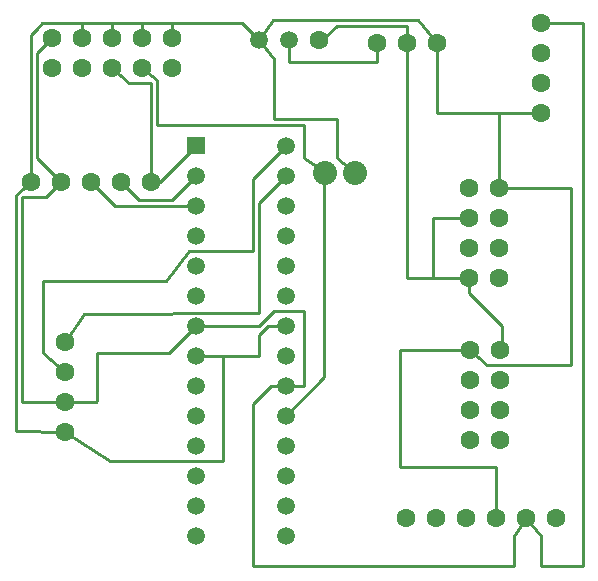
<source format=gtl>
G04 Layer: TopLayer*
G04 EasyEDA v6.2.46, 2019-10-16T15:20:01+02:00*
G04 17d91261987f4ea7b1e2a014808d89e6,c2ce4b80da084e9d99782b66b1536189,10*
G04 Gerber Generator version 0.2*
G04 Scale: 100 percent, Rotated: No, Reflected: No *
G04 Dimensions in millimeters *
G04 leading zeros omitted , absolute positions ,3 integer and 3 decimal *
%FSLAX33Y33*%
%MOMM*%
G90*
G71D02*

%ADD10C,0.254000*%
%ADD11C,2.032000*%
%ADD12C,1.499997*%
%ADD14C,1.599997*%

%LPD*%
G54D10*
G01X12700Y33235D02*
G01X13462Y33235D01*
G01X16510Y36283D01*
G01X16510Y33743D02*
G01X14478Y31711D01*
G01X11684Y31711D01*
G01X10160Y33235D01*
G01X16510Y31203D02*
G01X9652Y31203D01*
G01X7620Y33235D01*
G01X27391Y33997D02*
G01X27391Y33997D01*
G01X27391Y16685D01*
G01X24130Y13423D01*
G01X24130Y36283D02*
G01X21336Y33489D01*
G01X21336Y27393D01*
G01X15943Y27393D01*
G01X13982Y24853D01*
G01X3556Y24853D01*
G01X3556Y18757D01*
G01X5427Y17142D01*
G01X24130Y33743D02*
G01X21844Y31457D01*
G01X21844Y22072D01*
G01X7012Y22037D01*
G01X5428Y19682D01*
G01X12700Y33235D02*
G01X12700Y41617D01*
G01X10878Y41617D01*
G01X9398Y42880D01*
G01X11938Y42880D02*
G01X13208Y41828D01*
G01X13208Y38061D01*
G01X25654Y38061D01*
G01X25654Y35267D01*
G01X27475Y34069D01*
G01X27391Y33997D01*
G01X24442Y45209D02*
G01X24442Y43395D01*
G01X31865Y43395D01*
G01X31865Y44955D01*
G01X14478Y45420D02*
G01X14478Y46697D01*
G01X20413Y46697D01*
G01X21902Y45209D01*
G01X21902Y45209D02*
G01X23022Y46951D01*
G01X35359Y46951D01*
G01X36946Y44945D01*
G01X21902Y45209D02*
G01X23114Y43649D01*
G01X23114Y38569D01*
G01X28448Y38569D01*
G01X28448Y35267D01*
G01X29972Y33997D01*
G01X24130Y21043D02*
G01X22606Y21043D01*
G01X21844Y20281D01*
G01X21844Y18503D01*
G01X16510Y18503D01*
G01X16510Y18503D02*
G01X18796Y18503D01*
G01X18796Y9613D01*
G01X9230Y9613D01*
G01X5427Y12062D01*
G01X5428Y14602D02*
G01X8036Y14602D01*
G01X8128Y14693D01*
G01X8128Y18757D01*
G01X14224Y18757D01*
G01X16510Y21043D01*
G01X5427Y14602D02*
G01X1778Y14602D01*
G01X1778Y31965D01*
G01X3810Y31965D01*
G01X5080Y33235D01*
G01X2540Y33235D02*
G01X1270Y32146D01*
G01X1270Y12143D01*
G01X5427Y12062D01*
G01X6858Y45420D02*
G01X6858Y46697D01*
G01X6858Y46697D01*
G01X3515Y46697D01*
G01X3048Y46189D01*
G01X2540Y45686D01*
G01X2540Y33235D01*
G01X26982Y45209D02*
G01X27213Y45209D01*
G01X28448Y46443D01*
G01X34406Y46443D01*
G01X34406Y44955D01*
G01X34405Y44955D02*
G01X34405Y25105D01*
G01X39674Y25105D01*
G01X39673Y25105D02*
G01X39673Y23788D01*
G01X42418Y21043D01*
G01X42418Y19129D01*
G01X42297Y19009D01*
G01X36945Y44955D02*
G01X36945Y39072D01*
G01X45707Y39072D01*
G01X42214Y32725D02*
G01X42204Y38016D01*
G01X42204Y39072D01*
G01X45707Y39071D01*
G01X42214Y32725D02*
G01X48260Y32727D01*
G01X48260Y17744D01*
G01X41148Y17741D01*
G01X39756Y19009D01*
G01X39756Y19011D02*
G01X33782Y19011D01*
G01X33782Y9105D01*
G01X41910Y9105D01*
G01X41910Y4787D01*
G01X24130Y15963D02*
G01X22860Y15963D01*
G01X21336Y14439D01*
G01X21336Y723D01*
G01X37338Y723D01*
G01X43434Y723D01*
G01X43434Y3263D01*
G01X44450Y4787D01*
G01X16510Y21043D02*
G01X21844Y21043D01*
G01X23114Y22313D01*
G01X25654Y22313D01*
G01X25654Y15963D01*
G01X24130Y15963D01*
G01X45707Y46692D02*
G01X49276Y46697D01*
G01X49276Y723D01*
G01X45720Y723D01*
G01X45720Y3263D01*
G01X44450Y4787D01*
G01X44450Y4787D01*
G01X39674Y30185D02*
G01X36578Y30185D01*
G01X36576Y30187D01*
G01X36576Y25204D01*
G01X36647Y25105D01*
G01X14478Y45420D02*
G01X14478Y46697D01*
G01X11938Y46697D01*
G01X11938Y45420D01*
G01X11938Y45420D02*
G01X11938Y46697D01*
G01X9398Y46697D01*
G01X9398Y46697D02*
G01X6858Y46697D01*
G01X6858Y45420D01*
G01X4318Y45420D02*
G01X3048Y44162D01*
G01X3048Y35267D01*
G01X5080Y33235D01*
G01X9398Y46697D02*
G01X9398Y45419D01*
G54D11*
G01X27432Y33997D03*
G01X30012Y33997D03*
G54D12*
G01X24130Y3263D03*
G01X24130Y5803D03*
G01X24130Y8343D03*
G01X24130Y10883D03*
G01X24130Y13423D03*
G01X24130Y15963D03*
G01X24130Y18503D03*
G01X24130Y21043D03*
G01X24130Y23583D03*
G01X24130Y26123D03*
G01X24130Y28663D03*
G01X24130Y31203D03*
G01X24130Y33743D03*
G01X24130Y36283D03*
G01X16510Y3263D03*
G01X16510Y5803D03*
G01X16510Y8343D03*
G01X16510Y10883D03*
G01X16510Y13423D03*
G01X16510Y15963D03*
G01X16510Y18503D03*
G01X16510Y21043D03*
G01X16510Y23583D03*
G01X16510Y26123D03*
G01X16510Y28663D03*
G01X16510Y31203D03*
G01X16510Y33743D03*
G36*
G01X15760Y37033D02*
G01X17259Y37033D01*
G01X17259Y35534D01*
G01X15760Y35534D01*
G01X15760Y37033D01*
G37*
G54D14*
G01X45707Y41611D03*
G01X45707Y44151D03*
G01X45707Y39071D03*
G01X45707Y46691D03*
G01X39673Y30185D03*
G01X42213Y30185D03*
G01X39673Y27645D03*
G01X42213Y27645D03*
G01X39673Y25105D03*
G01X42213Y25105D03*
G01X39673Y32725D03*
G01X42213Y32725D03*
G01X39757Y16469D03*
G01X42297Y16469D03*
G01X39757Y13929D03*
G01X42297Y13929D03*
G01X39757Y11389D03*
G01X42297Y11389D03*
G01X39757Y19009D03*
G01X42297Y19009D03*
G01X26982Y45209D03*
G54D12*
G01X21902Y45209D03*
G01X24442Y45209D03*
G54D14*
G01X31865Y44955D03*
G01X34405Y44955D03*
G01X36945Y44955D03*
G01X5080Y33235D03*
G01X7620Y33235D03*
G01X10160Y33235D03*
G01X2540Y33235D03*
G01X12700Y33235D03*
G01X6858Y42879D03*
G01X6858Y45419D03*
G01X9398Y42879D03*
G01X9398Y45419D03*
G01X11938Y42879D03*
G01X11938Y45419D03*
G01X4318Y42879D03*
G01X4318Y45419D03*
G01X14478Y42879D03*
G01X14478Y45419D03*
G01X5427Y12062D03*
G01X5427Y14602D03*
G01X5427Y17142D03*
G01X5427Y19682D03*
G01X34290Y4787D03*
G01X36830Y4787D03*
G01X39370Y4787D03*
G01X41910Y4787D03*
G01X44450Y4787D03*
G01X46990Y4787D03*
M00*
M02*

</source>
